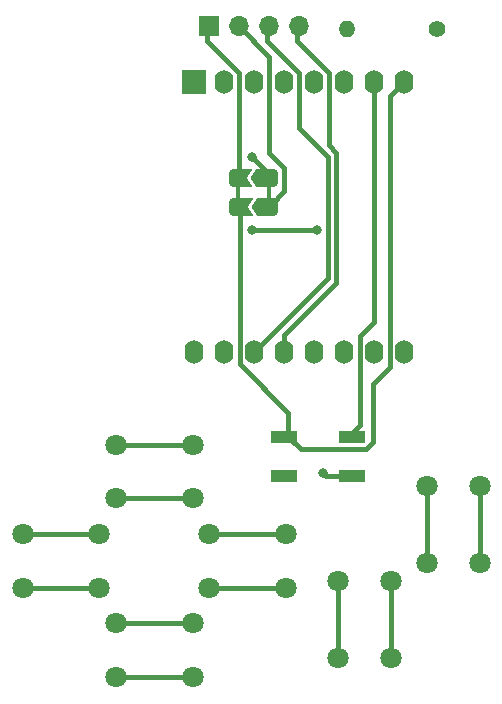
<source format=gtl>
G04 #@! TF.GenerationSoftware,KiCad,Pcbnew,9.0.6*
G04 #@! TF.CreationDate,2025-11-17T18:11:24+05:30*
G04 #@! TF.ProjectId,BloodHound_VENOM,426c6f6f-6448-46f7-956e-645f56454e4f,1*
G04 #@! TF.SameCoordinates,Original*
G04 #@! TF.FileFunction,Copper,L1,Top*
G04 #@! TF.FilePolarity,Positive*
%FSLAX46Y46*%
G04 Gerber Fmt 4.6, Leading zero omitted, Abs format (unit mm)*
G04 Created by KiCad (PCBNEW 9.0.6) date 2025-11-17 18:11:24*
%MOMM*%
%LPD*%
G01*
G04 APERTURE LIST*
G04 Aperture macros list*
%AMRoundRect*
0 Rectangle with rounded corners*
0 $1 Rounding radius*
0 $2 $3 $4 $5 $6 $7 $8 $9 X,Y pos of 4 corners*
0 Add a 4 corners polygon primitive as box body*
4,1,4,$2,$3,$4,$5,$6,$7,$8,$9,$2,$3,0*
0 Add four circle primitives for the rounded corners*
1,1,$1+$1,$2,$3*
1,1,$1+$1,$4,$5*
1,1,$1+$1,$6,$7*
1,1,$1+$1,$8,$9*
0 Add four rect primitives between the rounded corners*
20,1,$1+$1,$2,$3,$4,$5,0*
20,1,$1+$1,$4,$5,$6,$7,0*
20,1,$1+$1,$6,$7,$8,$9,0*
20,1,$1+$1,$8,$9,$2,$3,0*%
%AMFreePoly0*
4,1,6,1.000000,0.000000,0.500000,-0.750000,-0.500000,-0.750000,-0.500000,0.750000,0.500000,0.750000,1.000000,0.000000,1.000000,0.000000,$1*%
%AMFreePoly1*
4,1,6,0.500000,-0.750000,-0.650000,-0.750000,-0.150000,0.000000,-0.650000,0.750000,0.500000,0.750000,0.500000,-0.750000,0.500000,-0.750000,$1*%
G04 Aperture macros list end*
G04 #@! TA.AperFunction,EtchedComponent*
%ADD10C,0.300000*%
G04 #@! TD*
G04 #@! TA.AperFunction,ComponentPad*
%ADD11C,1.800000*%
G04 #@! TD*
G04 #@! TA.AperFunction,SMDPad,CuDef*
%ADD12R,2.250000X1.000000*%
G04 #@! TD*
G04 #@! TA.AperFunction,ComponentPad*
%ADD13R,1.700000X1.700000*%
G04 #@! TD*
G04 #@! TA.AperFunction,ComponentPad*
%ADD14O,1.700000X1.700000*%
G04 #@! TD*
G04 #@! TA.AperFunction,SMDPad,CuDef*
%ADD15FreePoly0,180.000000*%
G04 #@! TD*
G04 #@! TA.AperFunction,SMDPad,CuDef*
%ADD16FreePoly1,180.000000*%
G04 #@! TD*
G04 #@! TA.AperFunction,SMDPad,CuDef*
%ADD17RoundRect,0.381000X0.381000X0.381000X-0.381000X0.381000X-0.381000X-0.381000X0.381000X-0.381000X0*%
G04 #@! TD*
G04 #@! TA.AperFunction,ComponentPad*
%ADD18R,2.000000X2.000000*%
G04 #@! TD*
G04 #@! TA.AperFunction,ComponentPad*
%ADD19O,1.600000X2.000000*%
G04 #@! TD*
G04 #@! TA.AperFunction,ComponentPad*
%ADD20C,1.400000*%
G04 #@! TD*
G04 #@! TA.AperFunction,ComponentPad*
%ADD21O,1.400000X1.400000*%
G04 #@! TD*
G04 #@! TA.AperFunction,ViaPad*
%ADD22C,0.800000*%
G04 #@! TD*
G04 #@! TA.AperFunction,Conductor*
%ADD23C,0.400000*%
G04 #@! TD*
G04 APERTURE END LIST*
D10*
X153600000Y-83500000D02*
X153600000Y-82624000D01*
X151000000Y-83500000D02*
X151000000Y-82624000D01*
D11*
X139240000Y-112010000D03*
X132740000Y-112010000D03*
X139240000Y-116510000D03*
X132740000Y-116510000D03*
X159450000Y-115950000D03*
X159450000Y-122450000D03*
X163950000Y-115950000D03*
X163950000Y-122450000D03*
X166950000Y-107950000D03*
X166950000Y-114450000D03*
X171450000Y-107950000D03*
X171450000Y-114450000D03*
X147150000Y-119550000D03*
X140650000Y-119550000D03*
X147150000Y-124050000D03*
X140650000Y-124050000D03*
X147150000Y-104450000D03*
X140650000Y-104450000D03*
X147150000Y-108950000D03*
X140650000Y-108950000D03*
X155040000Y-112010000D03*
X148540000Y-112010000D03*
X155040000Y-116510000D03*
X148540000Y-116510000D03*
D12*
X154875000Y-103750000D03*
X154875000Y-107050000D03*
X160625000Y-107050000D03*
X160625000Y-103750000D03*
D13*
X148480000Y-69000000D03*
D14*
X151020000Y-69000000D03*
X153560000Y-69000000D03*
X156100000Y-69000000D03*
D15*
X153025000Y-81850000D03*
D16*
X151575000Y-81850000D03*
D17*
X153600000Y-84262000D03*
X153600000Y-81862000D03*
X151000000Y-84262000D03*
X151000000Y-81862000D03*
D15*
X153100000Y-84250000D03*
D16*
X151650000Y-84250000D03*
D18*
X147240000Y-73700000D03*
D19*
X149780000Y-73700000D03*
X152320000Y-73700000D03*
X154860000Y-73700000D03*
X157400000Y-73700000D03*
X159940000Y-73700000D03*
X162480000Y-73700000D03*
X165020000Y-73700000D03*
X165020000Y-96560000D03*
X162480000Y-96560000D03*
X159940000Y-96560000D03*
X157400000Y-96560000D03*
X154860000Y-96560000D03*
X152320000Y-96560000D03*
X149780000Y-96560000D03*
X147240000Y-96560000D03*
D20*
X167810000Y-69200000D03*
D21*
X160190000Y-69200000D03*
D22*
X152200000Y-80100000D03*
X157700000Y-86200000D03*
X152200000Y-86200000D03*
X158199500Y-106800000D03*
D23*
X162500000Y-94000000D02*
X161280000Y-95220000D01*
X162500000Y-73720000D02*
X162500000Y-94000000D01*
X161280000Y-102720000D02*
X160250000Y-103750000D01*
X162480000Y-73700000D02*
X162500000Y-73720000D01*
X161280000Y-95220000D02*
X161280000Y-102720000D01*
X158199500Y-106800000D02*
X158449500Y-107050000D01*
X171450000Y-107950000D02*
X171450000Y-114450000D01*
X157700000Y-86200000D02*
X152200000Y-86200000D01*
X163950000Y-122450000D02*
X163950000Y-117492900D01*
X163950000Y-117492900D02*
X163950000Y-115950000D01*
X147150000Y-108950000D02*
X140650000Y-108950000D01*
X158449500Y-107050000D02*
X160250000Y-107050000D01*
X153600000Y-82012000D02*
X153600000Y-81500000D01*
X155040000Y-116510000D02*
X148540000Y-116510000D01*
X153600000Y-81500000D02*
X152200000Y-80100000D01*
X139240000Y-116510000D02*
X132740000Y-116510000D01*
X147150000Y-124050000D02*
X140650000Y-124050000D01*
X151110200Y-97610200D02*
X151110200Y-84222200D01*
X155250000Y-103750000D02*
X155250000Y-101750000D01*
X156300000Y-104800000D02*
X155250000Y-103750000D01*
X163820000Y-74900000D02*
X163820000Y-97880000D01*
X155250000Y-101750000D02*
X151110200Y-97610200D01*
X162400000Y-104200000D02*
X161800000Y-104800000D01*
X162400000Y-99300000D02*
X162400000Y-104200000D01*
X161800000Y-104800000D02*
X156300000Y-104800000D01*
X165020000Y-73700000D02*
X163820000Y-74900000D01*
X163820000Y-97880000D02*
X162400000Y-99300000D01*
X158600000Y-80087400D02*
X156130000Y-77617400D01*
X156130000Y-72950100D02*
X153430000Y-70250100D01*
X152320000Y-96560000D02*
X158600000Y-90280000D01*
X158600000Y-90280000D02*
X158600000Y-80087400D01*
X153430000Y-70250100D02*
X153430000Y-69000000D01*
X156130000Y-77617400D02*
X156130000Y-72950100D01*
X158670000Y-79070000D02*
X158670000Y-72950100D01*
X154860000Y-96560000D02*
X154860000Y-95140000D01*
X159306600Y-79706600D02*
X158670000Y-79070000D01*
X159306600Y-90693400D02*
X159306600Y-79706600D01*
X155970000Y-70250100D02*
X155970000Y-69000000D01*
X154860000Y-95140000D02*
X159306600Y-90693400D01*
X158670000Y-72950100D02*
X155970000Y-70250100D01*
X132740000Y-112010000D02*
X139240000Y-112010000D01*
X148540000Y-112010000D02*
X155040000Y-112010000D01*
X140650000Y-104450000D02*
X147150000Y-104450000D01*
X140650000Y-119550000D02*
X147150000Y-119550000D01*
X166950000Y-114450000D02*
X166950000Y-107950000D01*
X159450000Y-122450000D02*
X159450000Y-115950000D01*
X148350000Y-70250100D02*
X148350000Y-69000000D01*
X151033100Y-81978900D02*
X151033100Y-72933200D01*
X151033100Y-72933200D02*
X148350000Y-70250100D01*
X154900000Y-82977817D02*
X154900000Y-81000000D01*
X153600000Y-84112000D02*
X153765817Y-84112000D01*
X153600000Y-71580000D02*
X151020000Y-69000000D01*
X153600000Y-79700000D02*
X153600000Y-71580000D01*
X153765817Y-84112000D02*
X154900000Y-82977817D01*
X154900000Y-81000000D02*
X153600000Y-79700000D01*
M02*

</source>
